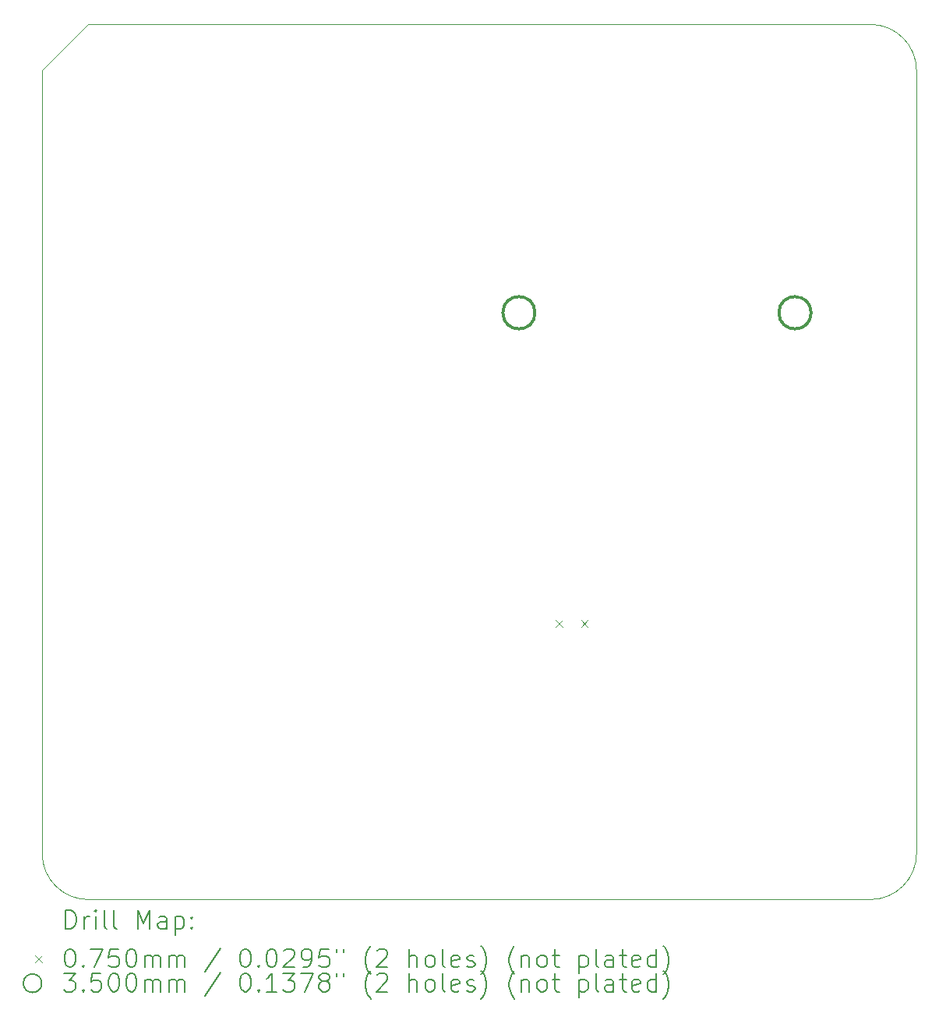
<source format=gbr>
%TF.GenerationSoftware,KiCad,Pcbnew,7.0.7*%
%TF.CreationDate,2023-11-17T01:41:53-08:00*%
%TF.ProjectId,Final_Project_Sutton_Yazzolino,46696e61-6c5f-4507-926f-6a6563745f53,rev?*%
%TF.SameCoordinates,Original*%
%TF.FileFunction,Drillmap*%
%TF.FilePolarity,Positive*%
%FSLAX45Y45*%
G04 Gerber Fmt 4.5, Leading zero omitted, Abs format (unit mm)*
G04 Created by KiCad (PCBNEW 7.0.7) date 2023-11-17 01:41:53*
%MOMM*%
%LPD*%
G01*
G04 APERTURE LIST*
%ADD10C,0.100000*%
%ADD11C,0.200000*%
%ADD12C,0.075000*%
%ADD13C,0.350000*%
G04 APERTURE END LIST*
D10*
X10500000Y-5000000D02*
X10000000Y-5500000D01*
X10000000Y-14000000D02*
G75*
G03*
X10500000Y-14500000I500000J0D01*
G01*
X19000000Y-14500000D02*
G75*
G03*
X19500000Y-14000000I0J500000D01*
G01*
X19500000Y-5500000D02*
G75*
G03*
X19000000Y-5000000I-500000J0D01*
G01*
X19000000Y-5000000D02*
X10500000Y-5000000D01*
X19500000Y-14000000D02*
X19500000Y-5500000D01*
X10500000Y-14500000D02*
X19000000Y-14500000D01*
X10000000Y-5500000D02*
X10000000Y-14000000D01*
D11*
D12*
X15580000Y-11465000D02*
X15655000Y-11540000D01*
X15655000Y-11465000D02*
X15580000Y-11540000D01*
X15855000Y-11465000D02*
X15930000Y-11540000D01*
X15930000Y-11465000D02*
X15855000Y-11540000D01*
D13*
X15355000Y-8130000D02*
G75*
G03*
X15355000Y-8130000I-175000J0D01*
G01*
X18355000Y-8130000D02*
G75*
G03*
X18355000Y-8130000I-175000J0D01*
G01*
D11*
X10255777Y-14816484D02*
X10255777Y-14616484D01*
X10255777Y-14616484D02*
X10303396Y-14616484D01*
X10303396Y-14616484D02*
X10331967Y-14626008D01*
X10331967Y-14626008D02*
X10351015Y-14645055D01*
X10351015Y-14645055D02*
X10360539Y-14664103D01*
X10360539Y-14664103D02*
X10370063Y-14702198D01*
X10370063Y-14702198D02*
X10370063Y-14730769D01*
X10370063Y-14730769D02*
X10360539Y-14768865D01*
X10360539Y-14768865D02*
X10351015Y-14787912D01*
X10351015Y-14787912D02*
X10331967Y-14806960D01*
X10331967Y-14806960D02*
X10303396Y-14816484D01*
X10303396Y-14816484D02*
X10255777Y-14816484D01*
X10455777Y-14816484D02*
X10455777Y-14683150D01*
X10455777Y-14721246D02*
X10465301Y-14702198D01*
X10465301Y-14702198D02*
X10474824Y-14692674D01*
X10474824Y-14692674D02*
X10493872Y-14683150D01*
X10493872Y-14683150D02*
X10512920Y-14683150D01*
X10579586Y-14816484D02*
X10579586Y-14683150D01*
X10579586Y-14616484D02*
X10570063Y-14626008D01*
X10570063Y-14626008D02*
X10579586Y-14635531D01*
X10579586Y-14635531D02*
X10589110Y-14626008D01*
X10589110Y-14626008D02*
X10579586Y-14616484D01*
X10579586Y-14616484D02*
X10579586Y-14635531D01*
X10703396Y-14816484D02*
X10684348Y-14806960D01*
X10684348Y-14806960D02*
X10674824Y-14787912D01*
X10674824Y-14787912D02*
X10674824Y-14616484D01*
X10808158Y-14816484D02*
X10789110Y-14806960D01*
X10789110Y-14806960D02*
X10779586Y-14787912D01*
X10779586Y-14787912D02*
X10779586Y-14616484D01*
X11036729Y-14816484D02*
X11036729Y-14616484D01*
X11036729Y-14616484D02*
X11103396Y-14759341D01*
X11103396Y-14759341D02*
X11170063Y-14616484D01*
X11170063Y-14616484D02*
X11170063Y-14816484D01*
X11351015Y-14816484D02*
X11351015Y-14711722D01*
X11351015Y-14711722D02*
X11341491Y-14692674D01*
X11341491Y-14692674D02*
X11322443Y-14683150D01*
X11322443Y-14683150D02*
X11284348Y-14683150D01*
X11284348Y-14683150D02*
X11265301Y-14692674D01*
X11351015Y-14806960D02*
X11331967Y-14816484D01*
X11331967Y-14816484D02*
X11284348Y-14816484D01*
X11284348Y-14816484D02*
X11265301Y-14806960D01*
X11265301Y-14806960D02*
X11255777Y-14787912D01*
X11255777Y-14787912D02*
X11255777Y-14768865D01*
X11255777Y-14768865D02*
X11265301Y-14749817D01*
X11265301Y-14749817D02*
X11284348Y-14740293D01*
X11284348Y-14740293D02*
X11331967Y-14740293D01*
X11331967Y-14740293D02*
X11351015Y-14730769D01*
X11446253Y-14683150D02*
X11446253Y-14883150D01*
X11446253Y-14692674D02*
X11465301Y-14683150D01*
X11465301Y-14683150D02*
X11503396Y-14683150D01*
X11503396Y-14683150D02*
X11522443Y-14692674D01*
X11522443Y-14692674D02*
X11531967Y-14702198D01*
X11531967Y-14702198D02*
X11541491Y-14721246D01*
X11541491Y-14721246D02*
X11541491Y-14778388D01*
X11541491Y-14778388D02*
X11531967Y-14797436D01*
X11531967Y-14797436D02*
X11522443Y-14806960D01*
X11522443Y-14806960D02*
X11503396Y-14816484D01*
X11503396Y-14816484D02*
X11465301Y-14816484D01*
X11465301Y-14816484D02*
X11446253Y-14806960D01*
X11627205Y-14797436D02*
X11636729Y-14806960D01*
X11636729Y-14806960D02*
X11627205Y-14816484D01*
X11627205Y-14816484D02*
X11617682Y-14806960D01*
X11617682Y-14806960D02*
X11627205Y-14797436D01*
X11627205Y-14797436D02*
X11627205Y-14816484D01*
X11627205Y-14692674D02*
X11636729Y-14702198D01*
X11636729Y-14702198D02*
X11627205Y-14711722D01*
X11627205Y-14711722D02*
X11617682Y-14702198D01*
X11617682Y-14702198D02*
X11627205Y-14692674D01*
X11627205Y-14692674D02*
X11627205Y-14711722D01*
D12*
X9920000Y-15107500D02*
X9995000Y-15182500D01*
X9995000Y-15107500D02*
X9920000Y-15182500D01*
D11*
X10293872Y-15036484D02*
X10312920Y-15036484D01*
X10312920Y-15036484D02*
X10331967Y-15046008D01*
X10331967Y-15046008D02*
X10341491Y-15055531D01*
X10341491Y-15055531D02*
X10351015Y-15074579D01*
X10351015Y-15074579D02*
X10360539Y-15112674D01*
X10360539Y-15112674D02*
X10360539Y-15160293D01*
X10360539Y-15160293D02*
X10351015Y-15198388D01*
X10351015Y-15198388D02*
X10341491Y-15217436D01*
X10341491Y-15217436D02*
X10331967Y-15226960D01*
X10331967Y-15226960D02*
X10312920Y-15236484D01*
X10312920Y-15236484D02*
X10293872Y-15236484D01*
X10293872Y-15236484D02*
X10274824Y-15226960D01*
X10274824Y-15226960D02*
X10265301Y-15217436D01*
X10265301Y-15217436D02*
X10255777Y-15198388D01*
X10255777Y-15198388D02*
X10246253Y-15160293D01*
X10246253Y-15160293D02*
X10246253Y-15112674D01*
X10246253Y-15112674D02*
X10255777Y-15074579D01*
X10255777Y-15074579D02*
X10265301Y-15055531D01*
X10265301Y-15055531D02*
X10274824Y-15046008D01*
X10274824Y-15046008D02*
X10293872Y-15036484D01*
X10446253Y-15217436D02*
X10455777Y-15226960D01*
X10455777Y-15226960D02*
X10446253Y-15236484D01*
X10446253Y-15236484D02*
X10436729Y-15226960D01*
X10436729Y-15226960D02*
X10446253Y-15217436D01*
X10446253Y-15217436D02*
X10446253Y-15236484D01*
X10522444Y-15036484D02*
X10655777Y-15036484D01*
X10655777Y-15036484D02*
X10570063Y-15236484D01*
X10827205Y-15036484D02*
X10731967Y-15036484D01*
X10731967Y-15036484D02*
X10722444Y-15131722D01*
X10722444Y-15131722D02*
X10731967Y-15122198D01*
X10731967Y-15122198D02*
X10751015Y-15112674D01*
X10751015Y-15112674D02*
X10798634Y-15112674D01*
X10798634Y-15112674D02*
X10817682Y-15122198D01*
X10817682Y-15122198D02*
X10827205Y-15131722D01*
X10827205Y-15131722D02*
X10836729Y-15150769D01*
X10836729Y-15150769D02*
X10836729Y-15198388D01*
X10836729Y-15198388D02*
X10827205Y-15217436D01*
X10827205Y-15217436D02*
X10817682Y-15226960D01*
X10817682Y-15226960D02*
X10798634Y-15236484D01*
X10798634Y-15236484D02*
X10751015Y-15236484D01*
X10751015Y-15236484D02*
X10731967Y-15226960D01*
X10731967Y-15226960D02*
X10722444Y-15217436D01*
X10960539Y-15036484D02*
X10979586Y-15036484D01*
X10979586Y-15036484D02*
X10998634Y-15046008D01*
X10998634Y-15046008D02*
X11008158Y-15055531D01*
X11008158Y-15055531D02*
X11017682Y-15074579D01*
X11017682Y-15074579D02*
X11027205Y-15112674D01*
X11027205Y-15112674D02*
X11027205Y-15160293D01*
X11027205Y-15160293D02*
X11017682Y-15198388D01*
X11017682Y-15198388D02*
X11008158Y-15217436D01*
X11008158Y-15217436D02*
X10998634Y-15226960D01*
X10998634Y-15226960D02*
X10979586Y-15236484D01*
X10979586Y-15236484D02*
X10960539Y-15236484D01*
X10960539Y-15236484D02*
X10941491Y-15226960D01*
X10941491Y-15226960D02*
X10931967Y-15217436D01*
X10931967Y-15217436D02*
X10922444Y-15198388D01*
X10922444Y-15198388D02*
X10912920Y-15160293D01*
X10912920Y-15160293D02*
X10912920Y-15112674D01*
X10912920Y-15112674D02*
X10922444Y-15074579D01*
X10922444Y-15074579D02*
X10931967Y-15055531D01*
X10931967Y-15055531D02*
X10941491Y-15046008D01*
X10941491Y-15046008D02*
X10960539Y-15036484D01*
X11112920Y-15236484D02*
X11112920Y-15103150D01*
X11112920Y-15122198D02*
X11122444Y-15112674D01*
X11122444Y-15112674D02*
X11141491Y-15103150D01*
X11141491Y-15103150D02*
X11170063Y-15103150D01*
X11170063Y-15103150D02*
X11189110Y-15112674D01*
X11189110Y-15112674D02*
X11198634Y-15131722D01*
X11198634Y-15131722D02*
X11198634Y-15236484D01*
X11198634Y-15131722D02*
X11208158Y-15112674D01*
X11208158Y-15112674D02*
X11227205Y-15103150D01*
X11227205Y-15103150D02*
X11255777Y-15103150D01*
X11255777Y-15103150D02*
X11274824Y-15112674D01*
X11274824Y-15112674D02*
X11284348Y-15131722D01*
X11284348Y-15131722D02*
X11284348Y-15236484D01*
X11379586Y-15236484D02*
X11379586Y-15103150D01*
X11379586Y-15122198D02*
X11389110Y-15112674D01*
X11389110Y-15112674D02*
X11408158Y-15103150D01*
X11408158Y-15103150D02*
X11436729Y-15103150D01*
X11436729Y-15103150D02*
X11455777Y-15112674D01*
X11455777Y-15112674D02*
X11465301Y-15131722D01*
X11465301Y-15131722D02*
X11465301Y-15236484D01*
X11465301Y-15131722D02*
X11474824Y-15112674D01*
X11474824Y-15112674D02*
X11493872Y-15103150D01*
X11493872Y-15103150D02*
X11522443Y-15103150D01*
X11522443Y-15103150D02*
X11541491Y-15112674D01*
X11541491Y-15112674D02*
X11551015Y-15131722D01*
X11551015Y-15131722D02*
X11551015Y-15236484D01*
X11941491Y-15026960D02*
X11770063Y-15284103D01*
X12198634Y-15036484D02*
X12217682Y-15036484D01*
X12217682Y-15036484D02*
X12236729Y-15046008D01*
X12236729Y-15046008D02*
X12246253Y-15055531D01*
X12246253Y-15055531D02*
X12255777Y-15074579D01*
X12255777Y-15074579D02*
X12265301Y-15112674D01*
X12265301Y-15112674D02*
X12265301Y-15160293D01*
X12265301Y-15160293D02*
X12255777Y-15198388D01*
X12255777Y-15198388D02*
X12246253Y-15217436D01*
X12246253Y-15217436D02*
X12236729Y-15226960D01*
X12236729Y-15226960D02*
X12217682Y-15236484D01*
X12217682Y-15236484D02*
X12198634Y-15236484D01*
X12198634Y-15236484D02*
X12179586Y-15226960D01*
X12179586Y-15226960D02*
X12170063Y-15217436D01*
X12170063Y-15217436D02*
X12160539Y-15198388D01*
X12160539Y-15198388D02*
X12151015Y-15160293D01*
X12151015Y-15160293D02*
X12151015Y-15112674D01*
X12151015Y-15112674D02*
X12160539Y-15074579D01*
X12160539Y-15074579D02*
X12170063Y-15055531D01*
X12170063Y-15055531D02*
X12179586Y-15046008D01*
X12179586Y-15046008D02*
X12198634Y-15036484D01*
X12351015Y-15217436D02*
X12360539Y-15226960D01*
X12360539Y-15226960D02*
X12351015Y-15236484D01*
X12351015Y-15236484D02*
X12341491Y-15226960D01*
X12341491Y-15226960D02*
X12351015Y-15217436D01*
X12351015Y-15217436D02*
X12351015Y-15236484D01*
X12484348Y-15036484D02*
X12503396Y-15036484D01*
X12503396Y-15036484D02*
X12522444Y-15046008D01*
X12522444Y-15046008D02*
X12531967Y-15055531D01*
X12531967Y-15055531D02*
X12541491Y-15074579D01*
X12541491Y-15074579D02*
X12551015Y-15112674D01*
X12551015Y-15112674D02*
X12551015Y-15160293D01*
X12551015Y-15160293D02*
X12541491Y-15198388D01*
X12541491Y-15198388D02*
X12531967Y-15217436D01*
X12531967Y-15217436D02*
X12522444Y-15226960D01*
X12522444Y-15226960D02*
X12503396Y-15236484D01*
X12503396Y-15236484D02*
X12484348Y-15236484D01*
X12484348Y-15236484D02*
X12465301Y-15226960D01*
X12465301Y-15226960D02*
X12455777Y-15217436D01*
X12455777Y-15217436D02*
X12446253Y-15198388D01*
X12446253Y-15198388D02*
X12436729Y-15160293D01*
X12436729Y-15160293D02*
X12436729Y-15112674D01*
X12436729Y-15112674D02*
X12446253Y-15074579D01*
X12446253Y-15074579D02*
X12455777Y-15055531D01*
X12455777Y-15055531D02*
X12465301Y-15046008D01*
X12465301Y-15046008D02*
X12484348Y-15036484D01*
X12627206Y-15055531D02*
X12636729Y-15046008D01*
X12636729Y-15046008D02*
X12655777Y-15036484D01*
X12655777Y-15036484D02*
X12703396Y-15036484D01*
X12703396Y-15036484D02*
X12722444Y-15046008D01*
X12722444Y-15046008D02*
X12731967Y-15055531D01*
X12731967Y-15055531D02*
X12741491Y-15074579D01*
X12741491Y-15074579D02*
X12741491Y-15093627D01*
X12741491Y-15093627D02*
X12731967Y-15122198D01*
X12731967Y-15122198D02*
X12617682Y-15236484D01*
X12617682Y-15236484D02*
X12741491Y-15236484D01*
X12836729Y-15236484D02*
X12874825Y-15236484D01*
X12874825Y-15236484D02*
X12893872Y-15226960D01*
X12893872Y-15226960D02*
X12903396Y-15217436D01*
X12903396Y-15217436D02*
X12922444Y-15188865D01*
X12922444Y-15188865D02*
X12931967Y-15150769D01*
X12931967Y-15150769D02*
X12931967Y-15074579D01*
X12931967Y-15074579D02*
X12922444Y-15055531D01*
X12922444Y-15055531D02*
X12912920Y-15046008D01*
X12912920Y-15046008D02*
X12893872Y-15036484D01*
X12893872Y-15036484D02*
X12855777Y-15036484D01*
X12855777Y-15036484D02*
X12836729Y-15046008D01*
X12836729Y-15046008D02*
X12827206Y-15055531D01*
X12827206Y-15055531D02*
X12817682Y-15074579D01*
X12817682Y-15074579D02*
X12817682Y-15122198D01*
X12817682Y-15122198D02*
X12827206Y-15141246D01*
X12827206Y-15141246D02*
X12836729Y-15150769D01*
X12836729Y-15150769D02*
X12855777Y-15160293D01*
X12855777Y-15160293D02*
X12893872Y-15160293D01*
X12893872Y-15160293D02*
X12912920Y-15150769D01*
X12912920Y-15150769D02*
X12922444Y-15141246D01*
X12922444Y-15141246D02*
X12931967Y-15122198D01*
X13112920Y-15036484D02*
X13017682Y-15036484D01*
X13017682Y-15036484D02*
X13008158Y-15131722D01*
X13008158Y-15131722D02*
X13017682Y-15122198D01*
X13017682Y-15122198D02*
X13036729Y-15112674D01*
X13036729Y-15112674D02*
X13084348Y-15112674D01*
X13084348Y-15112674D02*
X13103396Y-15122198D01*
X13103396Y-15122198D02*
X13112920Y-15131722D01*
X13112920Y-15131722D02*
X13122444Y-15150769D01*
X13122444Y-15150769D02*
X13122444Y-15198388D01*
X13122444Y-15198388D02*
X13112920Y-15217436D01*
X13112920Y-15217436D02*
X13103396Y-15226960D01*
X13103396Y-15226960D02*
X13084348Y-15236484D01*
X13084348Y-15236484D02*
X13036729Y-15236484D01*
X13036729Y-15236484D02*
X13017682Y-15226960D01*
X13017682Y-15226960D02*
X13008158Y-15217436D01*
X13198634Y-15036484D02*
X13198634Y-15074579D01*
X13274825Y-15036484D02*
X13274825Y-15074579D01*
X13570063Y-15312674D02*
X13560539Y-15303150D01*
X13560539Y-15303150D02*
X13541491Y-15274579D01*
X13541491Y-15274579D02*
X13531968Y-15255531D01*
X13531968Y-15255531D02*
X13522444Y-15226960D01*
X13522444Y-15226960D02*
X13512920Y-15179341D01*
X13512920Y-15179341D02*
X13512920Y-15141246D01*
X13512920Y-15141246D02*
X13522444Y-15093627D01*
X13522444Y-15093627D02*
X13531968Y-15065055D01*
X13531968Y-15065055D02*
X13541491Y-15046008D01*
X13541491Y-15046008D02*
X13560539Y-15017436D01*
X13560539Y-15017436D02*
X13570063Y-15007912D01*
X13636729Y-15055531D02*
X13646253Y-15046008D01*
X13646253Y-15046008D02*
X13665301Y-15036484D01*
X13665301Y-15036484D02*
X13712920Y-15036484D01*
X13712920Y-15036484D02*
X13731968Y-15046008D01*
X13731968Y-15046008D02*
X13741491Y-15055531D01*
X13741491Y-15055531D02*
X13751015Y-15074579D01*
X13751015Y-15074579D02*
X13751015Y-15093627D01*
X13751015Y-15093627D02*
X13741491Y-15122198D01*
X13741491Y-15122198D02*
X13627206Y-15236484D01*
X13627206Y-15236484D02*
X13751015Y-15236484D01*
X13989110Y-15236484D02*
X13989110Y-15036484D01*
X14074825Y-15236484D02*
X14074825Y-15131722D01*
X14074825Y-15131722D02*
X14065301Y-15112674D01*
X14065301Y-15112674D02*
X14046253Y-15103150D01*
X14046253Y-15103150D02*
X14017682Y-15103150D01*
X14017682Y-15103150D02*
X13998634Y-15112674D01*
X13998634Y-15112674D02*
X13989110Y-15122198D01*
X14198634Y-15236484D02*
X14179587Y-15226960D01*
X14179587Y-15226960D02*
X14170063Y-15217436D01*
X14170063Y-15217436D02*
X14160539Y-15198388D01*
X14160539Y-15198388D02*
X14160539Y-15141246D01*
X14160539Y-15141246D02*
X14170063Y-15122198D01*
X14170063Y-15122198D02*
X14179587Y-15112674D01*
X14179587Y-15112674D02*
X14198634Y-15103150D01*
X14198634Y-15103150D02*
X14227206Y-15103150D01*
X14227206Y-15103150D02*
X14246253Y-15112674D01*
X14246253Y-15112674D02*
X14255777Y-15122198D01*
X14255777Y-15122198D02*
X14265301Y-15141246D01*
X14265301Y-15141246D02*
X14265301Y-15198388D01*
X14265301Y-15198388D02*
X14255777Y-15217436D01*
X14255777Y-15217436D02*
X14246253Y-15226960D01*
X14246253Y-15226960D02*
X14227206Y-15236484D01*
X14227206Y-15236484D02*
X14198634Y-15236484D01*
X14379587Y-15236484D02*
X14360539Y-15226960D01*
X14360539Y-15226960D02*
X14351015Y-15207912D01*
X14351015Y-15207912D02*
X14351015Y-15036484D01*
X14531968Y-15226960D02*
X14512920Y-15236484D01*
X14512920Y-15236484D02*
X14474825Y-15236484D01*
X14474825Y-15236484D02*
X14455777Y-15226960D01*
X14455777Y-15226960D02*
X14446253Y-15207912D01*
X14446253Y-15207912D02*
X14446253Y-15131722D01*
X14446253Y-15131722D02*
X14455777Y-15112674D01*
X14455777Y-15112674D02*
X14474825Y-15103150D01*
X14474825Y-15103150D02*
X14512920Y-15103150D01*
X14512920Y-15103150D02*
X14531968Y-15112674D01*
X14531968Y-15112674D02*
X14541491Y-15131722D01*
X14541491Y-15131722D02*
X14541491Y-15150769D01*
X14541491Y-15150769D02*
X14446253Y-15169817D01*
X14617682Y-15226960D02*
X14636730Y-15236484D01*
X14636730Y-15236484D02*
X14674825Y-15236484D01*
X14674825Y-15236484D02*
X14693872Y-15226960D01*
X14693872Y-15226960D02*
X14703396Y-15207912D01*
X14703396Y-15207912D02*
X14703396Y-15198388D01*
X14703396Y-15198388D02*
X14693872Y-15179341D01*
X14693872Y-15179341D02*
X14674825Y-15169817D01*
X14674825Y-15169817D02*
X14646253Y-15169817D01*
X14646253Y-15169817D02*
X14627206Y-15160293D01*
X14627206Y-15160293D02*
X14617682Y-15141246D01*
X14617682Y-15141246D02*
X14617682Y-15131722D01*
X14617682Y-15131722D02*
X14627206Y-15112674D01*
X14627206Y-15112674D02*
X14646253Y-15103150D01*
X14646253Y-15103150D02*
X14674825Y-15103150D01*
X14674825Y-15103150D02*
X14693872Y-15112674D01*
X14770063Y-15312674D02*
X14779587Y-15303150D01*
X14779587Y-15303150D02*
X14798634Y-15274579D01*
X14798634Y-15274579D02*
X14808158Y-15255531D01*
X14808158Y-15255531D02*
X14817682Y-15226960D01*
X14817682Y-15226960D02*
X14827206Y-15179341D01*
X14827206Y-15179341D02*
X14827206Y-15141246D01*
X14827206Y-15141246D02*
X14817682Y-15093627D01*
X14817682Y-15093627D02*
X14808158Y-15065055D01*
X14808158Y-15065055D02*
X14798634Y-15046008D01*
X14798634Y-15046008D02*
X14779587Y-15017436D01*
X14779587Y-15017436D02*
X14770063Y-15007912D01*
X15131968Y-15312674D02*
X15122444Y-15303150D01*
X15122444Y-15303150D02*
X15103396Y-15274579D01*
X15103396Y-15274579D02*
X15093872Y-15255531D01*
X15093872Y-15255531D02*
X15084349Y-15226960D01*
X15084349Y-15226960D02*
X15074825Y-15179341D01*
X15074825Y-15179341D02*
X15074825Y-15141246D01*
X15074825Y-15141246D02*
X15084349Y-15093627D01*
X15084349Y-15093627D02*
X15093872Y-15065055D01*
X15093872Y-15065055D02*
X15103396Y-15046008D01*
X15103396Y-15046008D02*
X15122444Y-15017436D01*
X15122444Y-15017436D02*
X15131968Y-15007912D01*
X15208158Y-15103150D02*
X15208158Y-15236484D01*
X15208158Y-15122198D02*
X15217682Y-15112674D01*
X15217682Y-15112674D02*
X15236730Y-15103150D01*
X15236730Y-15103150D02*
X15265301Y-15103150D01*
X15265301Y-15103150D02*
X15284349Y-15112674D01*
X15284349Y-15112674D02*
X15293872Y-15131722D01*
X15293872Y-15131722D02*
X15293872Y-15236484D01*
X15417682Y-15236484D02*
X15398634Y-15226960D01*
X15398634Y-15226960D02*
X15389111Y-15217436D01*
X15389111Y-15217436D02*
X15379587Y-15198388D01*
X15379587Y-15198388D02*
X15379587Y-15141246D01*
X15379587Y-15141246D02*
X15389111Y-15122198D01*
X15389111Y-15122198D02*
X15398634Y-15112674D01*
X15398634Y-15112674D02*
X15417682Y-15103150D01*
X15417682Y-15103150D02*
X15446253Y-15103150D01*
X15446253Y-15103150D02*
X15465301Y-15112674D01*
X15465301Y-15112674D02*
X15474825Y-15122198D01*
X15474825Y-15122198D02*
X15484349Y-15141246D01*
X15484349Y-15141246D02*
X15484349Y-15198388D01*
X15484349Y-15198388D02*
X15474825Y-15217436D01*
X15474825Y-15217436D02*
X15465301Y-15226960D01*
X15465301Y-15226960D02*
X15446253Y-15236484D01*
X15446253Y-15236484D02*
X15417682Y-15236484D01*
X15541492Y-15103150D02*
X15617682Y-15103150D01*
X15570063Y-15036484D02*
X15570063Y-15207912D01*
X15570063Y-15207912D02*
X15579587Y-15226960D01*
X15579587Y-15226960D02*
X15598634Y-15236484D01*
X15598634Y-15236484D02*
X15617682Y-15236484D01*
X15836730Y-15103150D02*
X15836730Y-15303150D01*
X15836730Y-15112674D02*
X15855777Y-15103150D01*
X15855777Y-15103150D02*
X15893873Y-15103150D01*
X15893873Y-15103150D02*
X15912920Y-15112674D01*
X15912920Y-15112674D02*
X15922444Y-15122198D01*
X15922444Y-15122198D02*
X15931968Y-15141246D01*
X15931968Y-15141246D02*
X15931968Y-15198388D01*
X15931968Y-15198388D02*
X15922444Y-15217436D01*
X15922444Y-15217436D02*
X15912920Y-15226960D01*
X15912920Y-15226960D02*
X15893873Y-15236484D01*
X15893873Y-15236484D02*
X15855777Y-15236484D01*
X15855777Y-15236484D02*
X15836730Y-15226960D01*
X16046253Y-15236484D02*
X16027206Y-15226960D01*
X16027206Y-15226960D02*
X16017682Y-15207912D01*
X16017682Y-15207912D02*
X16017682Y-15036484D01*
X16208158Y-15236484D02*
X16208158Y-15131722D01*
X16208158Y-15131722D02*
X16198634Y-15112674D01*
X16198634Y-15112674D02*
X16179587Y-15103150D01*
X16179587Y-15103150D02*
X16141492Y-15103150D01*
X16141492Y-15103150D02*
X16122444Y-15112674D01*
X16208158Y-15226960D02*
X16189111Y-15236484D01*
X16189111Y-15236484D02*
X16141492Y-15236484D01*
X16141492Y-15236484D02*
X16122444Y-15226960D01*
X16122444Y-15226960D02*
X16112920Y-15207912D01*
X16112920Y-15207912D02*
X16112920Y-15188865D01*
X16112920Y-15188865D02*
X16122444Y-15169817D01*
X16122444Y-15169817D02*
X16141492Y-15160293D01*
X16141492Y-15160293D02*
X16189111Y-15160293D01*
X16189111Y-15160293D02*
X16208158Y-15150769D01*
X16274825Y-15103150D02*
X16351015Y-15103150D01*
X16303396Y-15036484D02*
X16303396Y-15207912D01*
X16303396Y-15207912D02*
X16312920Y-15226960D01*
X16312920Y-15226960D02*
X16331968Y-15236484D01*
X16331968Y-15236484D02*
X16351015Y-15236484D01*
X16493873Y-15226960D02*
X16474825Y-15236484D01*
X16474825Y-15236484D02*
X16436730Y-15236484D01*
X16436730Y-15236484D02*
X16417682Y-15226960D01*
X16417682Y-15226960D02*
X16408158Y-15207912D01*
X16408158Y-15207912D02*
X16408158Y-15131722D01*
X16408158Y-15131722D02*
X16417682Y-15112674D01*
X16417682Y-15112674D02*
X16436730Y-15103150D01*
X16436730Y-15103150D02*
X16474825Y-15103150D01*
X16474825Y-15103150D02*
X16493873Y-15112674D01*
X16493873Y-15112674D02*
X16503396Y-15131722D01*
X16503396Y-15131722D02*
X16503396Y-15150769D01*
X16503396Y-15150769D02*
X16408158Y-15169817D01*
X16674825Y-15236484D02*
X16674825Y-15036484D01*
X16674825Y-15226960D02*
X16655777Y-15236484D01*
X16655777Y-15236484D02*
X16617682Y-15236484D01*
X16617682Y-15236484D02*
X16598634Y-15226960D01*
X16598634Y-15226960D02*
X16589111Y-15217436D01*
X16589111Y-15217436D02*
X16579587Y-15198388D01*
X16579587Y-15198388D02*
X16579587Y-15141246D01*
X16579587Y-15141246D02*
X16589111Y-15122198D01*
X16589111Y-15122198D02*
X16598634Y-15112674D01*
X16598634Y-15112674D02*
X16617682Y-15103150D01*
X16617682Y-15103150D02*
X16655777Y-15103150D01*
X16655777Y-15103150D02*
X16674825Y-15112674D01*
X16751015Y-15312674D02*
X16760539Y-15303150D01*
X16760539Y-15303150D02*
X16779587Y-15274579D01*
X16779587Y-15274579D02*
X16789111Y-15255531D01*
X16789111Y-15255531D02*
X16798635Y-15226960D01*
X16798635Y-15226960D02*
X16808158Y-15179341D01*
X16808158Y-15179341D02*
X16808158Y-15141246D01*
X16808158Y-15141246D02*
X16798635Y-15093627D01*
X16798635Y-15093627D02*
X16789111Y-15065055D01*
X16789111Y-15065055D02*
X16779587Y-15046008D01*
X16779587Y-15046008D02*
X16760539Y-15017436D01*
X16760539Y-15017436D02*
X16751015Y-15007912D01*
X9995000Y-15409000D02*
G75*
G03*
X9995000Y-15409000I-100000J0D01*
G01*
X10236729Y-15300484D02*
X10360539Y-15300484D01*
X10360539Y-15300484D02*
X10293872Y-15376674D01*
X10293872Y-15376674D02*
X10322444Y-15376674D01*
X10322444Y-15376674D02*
X10341491Y-15386198D01*
X10341491Y-15386198D02*
X10351015Y-15395722D01*
X10351015Y-15395722D02*
X10360539Y-15414769D01*
X10360539Y-15414769D02*
X10360539Y-15462388D01*
X10360539Y-15462388D02*
X10351015Y-15481436D01*
X10351015Y-15481436D02*
X10341491Y-15490960D01*
X10341491Y-15490960D02*
X10322444Y-15500484D01*
X10322444Y-15500484D02*
X10265301Y-15500484D01*
X10265301Y-15500484D02*
X10246253Y-15490960D01*
X10246253Y-15490960D02*
X10236729Y-15481436D01*
X10446253Y-15481436D02*
X10455777Y-15490960D01*
X10455777Y-15490960D02*
X10446253Y-15500484D01*
X10446253Y-15500484D02*
X10436729Y-15490960D01*
X10436729Y-15490960D02*
X10446253Y-15481436D01*
X10446253Y-15481436D02*
X10446253Y-15500484D01*
X10636729Y-15300484D02*
X10541491Y-15300484D01*
X10541491Y-15300484D02*
X10531967Y-15395722D01*
X10531967Y-15395722D02*
X10541491Y-15386198D01*
X10541491Y-15386198D02*
X10560539Y-15376674D01*
X10560539Y-15376674D02*
X10608158Y-15376674D01*
X10608158Y-15376674D02*
X10627205Y-15386198D01*
X10627205Y-15386198D02*
X10636729Y-15395722D01*
X10636729Y-15395722D02*
X10646253Y-15414769D01*
X10646253Y-15414769D02*
X10646253Y-15462388D01*
X10646253Y-15462388D02*
X10636729Y-15481436D01*
X10636729Y-15481436D02*
X10627205Y-15490960D01*
X10627205Y-15490960D02*
X10608158Y-15500484D01*
X10608158Y-15500484D02*
X10560539Y-15500484D01*
X10560539Y-15500484D02*
X10541491Y-15490960D01*
X10541491Y-15490960D02*
X10531967Y-15481436D01*
X10770063Y-15300484D02*
X10789110Y-15300484D01*
X10789110Y-15300484D02*
X10808158Y-15310008D01*
X10808158Y-15310008D02*
X10817682Y-15319531D01*
X10817682Y-15319531D02*
X10827205Y-15338579D01*
X10827205Y-15338579D02*
X10836729Y-15376674D01*
X10836729Y-15376674D02*
X10836729Y-15424293D01*
X10836729Y-15424293D02*
X10827205Y-15462388D01*
X10827205Y-15462388D02*
X10817682Y-15481436D01*
X10817682Y-15481436D02*
X10808158Y-15490960D01*
X10808158Y-15490960D02*
X10789110Y-15500484D01*
X10789110Y-15500484D02*
X10770063Y-15500484D01*
X10770063Y-15500484D02*
X10751015Y-15490960D01*
X10751015Y-15490960D02*
X10741491Y-15481436D01*
X10741491Y-15481436D02*
X10731967Y-15462388D01*
X10731967Y-15462388D02*
X10722444Y-15424293D01*
X10722444Y-15424293D02*
X10722444Y-15376674D01*
X10722444Y-15376674D02*
X10731967Y-15338579D01*
X10731967Y-15338579D02*
X10741491Y-15319531D01*
X10741491Y-15319531D02*
X10751015Y-15310008D01*
X10751015Y-15310008D02*
X10770063Y-15300484D01*
X10960539Y-15300484D02*
X10979586Y-15300484D01*
X10979586Y-15300484D02*
X10998634Y-15310008D01*
X10998634Y-15310008D02*
X11008158Y-15319531D01*
X11008158Y-15319531D02*
X11017682Y-15338579D01*
X11017682Y-15338579D02*
X11027205Y-15376674D01*
X11027205Y-15376674D02*
X11027205Y-15424293D01*
X11027205Y-15424293D02*
X11017682Y-15462388D01*
X11017682Y-15462388D02*
X11008158Y-15481436D01*
X11008158Y-15481436D02*
X10998634Y-15490960D01*
X10998634Y-15490960D02*
X10979586Y-15500484D01*
X10979586Y-15500484D02*
X10960539Y-15500484D01*
X10960539Y-15500484D02*
X10941491Y-15490960D01*
X10941491Y-15490960D02*
X10931967Y-15481436D01*
X10931967Y-15481436D02*
X10922444Y-15462388D01*
X10922444Y-15462388D02*
X10912920Y-15424293D01*
X10912920Y-15424293D02*
X10912920Y-15376674D01*
X10912920Y-15376674D02*
X10922444Y-15338579D01*
X10922444Y-15338579D02*
X10931967Y-15319531D01*
X10931967Y-15319531D02*
X10941491Y-15310008D01*
X10941491Y-15310008D02*
X10960539Y-15300484D01*
X11112920Y-15500484D02*
X11112920Y-15367150D01*
X11112920Y-15386198D02*
X11122444Y-15376674D01*
X11122444Y-15376674D02*
X11141491Y-15367150D01*
X11141491Y-15367150D02*
X11170063Y-15367150D01*
X11170063Y-15367150D02*
X11189110Y-15376674D01*
X11189110Y-15376674D02*
X11198634Y-15395722D01*
X11198634Y-15395722D02*
X11198634Y-15500484D01*
X11198634Y-15395722D02*
X11208158Y-15376674D01*
X11208158Y-15376674D02*
X11227205Y-15367150D01*
X11227205Y-15367150D02*
X11255777Y-15367150D01*
X11255777Y-15367150D02*
X11274824Y-15376674D01*
X11274824Y-15376674D02*
X11284348Y-15395722D01*
X11284348Y-15395722D02*
X11284348Y-15500484D01*
X11379586Y-15500484D02*
X11379586Y-15367150D01*
X11379586Y-15386198D02*
X11389110Y-15376674D01*
X11389110Y-15376674D02*
X11408158Y-15367150D01*
X11408158Y-15367150D02*
X11436729Y-15367150D01*
X11436729Y-15367150D02*
X11455777Y-15376674D01*
X11455777Y-15376674D02*
X11465301Y-15395722D01*
X11465301Y-15395722D02*
X11465301Y-15500484D01*
X11465301Y-15395722D02*
X11474824Y-15376674D01*
X11474824Y-15376674D02*
X11493872Y-15367150D01*
X11493872Y-15367150D02*
X11522443Y-15367150D01*
X11522443Y-15367150D02*
X11541491Y-15376674D01*
X11541491Y-15376674D02*
X11551015Y-15395722D01*
X11551015Y-15395722D02*
X11551015Y-15500484D01*
X11941491Y-15290960D02*
X11770063Y-15548103D01*
X12198634Y-15300484D02*
X12217682Y-15300484D01*
X12217682Y-15300484D02*
X12236729Y-15310008D01*
X12236729Y-15310008D02*
X12246253Y-15319531D01*
X12246253Y-15319531D02*
X12255777Y-15338579D01*
X12255777Y-15338579D02*
X12265301Y-15376674D01*
X12265301Y-15376674D02*
X12265301Y-15424293D01*
X12265301Y-15424293D02*
X12255777Y-15462388D01*
X12255777Y-15462388D02*
X12246253Y-15481436D01*
X12246253Y-15481436D02*
X12236729Y-15490960D01*
X12236729Y-15490960D02*
X12217682Y-15500484D01*
X12217682Y-15500484D02*
X12198634Y-15500484D01*
X12198634Y-15500484D02*
X12179586Y-15490960D01*
X12179586Y-15490960D02*
X12170063Y-15481436D01*
X12170063Y-15481436D02*
X12160539Y-15462388D01*
X12160539Y-15462388D02*
X12151015Y-15424293D01*
X12151015Y-15424293D02*
X12151015Y-15376674D01*
X12151015Y-15376674D02*
X12160539Y-15338579D01*
X12160539Y-15338579D02*
X12170063Y-15319531D01*
X12170063Y-15319531D02*
X12179586Y-15310008D01*
X12179586Y-15310008D02*
X12198634Y-15300484D01*
X12351015Y-15481436D02*
X12360539Y-15490960D01*
X12360539Y-15490960D02*
X12351015Y-15500484D01*
X12351015Y-15500484D02*
X12341491Y-15490960D01*
X12341491Y-15490960D02*
X12351015Y-15481436D01*
X12351015Y-15481436D02*
X12351015Y-15500484D01*
X12551015Y-15500484D02*
X12436729Y-15500484D01*
X12493872Y-15500484D02*
X12493872Y-15300484D01*
X12493872Y-15300484D02*
X12474825Y-15329055D01*
X12474825Y-15329055D02*
X12455777Y-15348103D01*
X12455777Y-15348103D02*
X12436729Y-15357627D01*
X12617682Y-15300484D02*
X12741491Y-15300484D01*
X12741491Y-15300484D02*
X12674825Y-15376674D01*
X12674825Y-15376674D02*
X12703396Y-15376674D01*
X12703396Y-15376674D02*
X12722444Y-15386198D01*
X12722444Y-15386198D02*
X12731967Y-15395722D01*
X12731967Y-15395722D02*
X12741491Y-15414769D01*
X12741491Y-15414769D02*
X12741491Y-15462388D01*
X12741491Y-15462388D02*
X12731967Y-15481436D01*
X12731967Y-15481436D02*
X12722444Y-15490960D01*
X12722444Y-15490960D02*
X12703396Y-15500484D01*
X12703396Y-15500484D02*
X12646253Y-15500484D01*
X12646253Y-15500484D02*
X12627206Y-15490960D01*
X12627206Y-15490960D02*
X12617682Y-15481436D01*
X12808158Y-15300484D02*
X12941491Y-15300484D01*
X12941491Y-15300484D02*
X12855777Y-15500484D01*
X13046253Y-15386198D02*
X13027206Y-15376674D01*
X13027206Y-15376674D02*
X13017682Y-15367150D01*
X13017682Y-15367150D02*
X13008158Y-15348103D01*
X13008158Y-15348103D02*
X13008158Y-15338579D01*
X13008158Y-15338579D02*
X13017682Y-15319531D01*
X13017682Y-15319531D02*
X13027206Y-15310008D01*
X13027206Y-15310008D02*
X13046253Y-15300484D01*
X13046253Y-15300484D02*
X13084348Y-15300484D01*
X13084348Y-15300484D02*
X13103396Y-15310008D01*
X13103396Y-15310008D02*
X13112920Y-15319531D01*
X13112920Y-15319531D02*
X13122444Y-15338579D01*
X13122444Y-15338579D02*
X13122444Y-15348103D01*
X13122444Y-15348103D02*
X13112920Y-15367150D01*
X13112920Y-15367150D02*
X13103396Y-15376674D01*
X13103396Y-15376674D02*
X13084348Y-15386198D01*
X13084348Y-15386198D02*
X13046253Y-15386198D01*
X13046253Y-15386198D02*
X13027206Y-15395722D01*
X13027206Y-15395722D02*
X13017682Y-15405246D01*
X13017682Y-15405246D02*
X13008158Y-15424293D01*
X13008158Y-15424293D02*
X13008158Y-15462388D01*
X13008158Y-15462388D02*
X13017682Y-15481436D01*
X13017682Y-15481436D02*
X13027206Y-15490960D01*
X13027206Y-15490960D02*
X13046253Y-15500484D01*
X13046253Y-15500484D02*
X13084348Y-15500484D01*
X13084348Y-15500484D02*
X13103396Y-15490960D01*
X13103396Y-15490960D02*
X13112920Y-15481436D01*
X13112920Y-15481436D02*
X13122444Y-15462388D01*
X13122444Y-15462388D02*
X13122444Y-15424293D01*
X13122444Y-15424293D02*
X13112920Y-15405246D01*
X13112920Y-15405246D02*
X13103396Y-15395722D01*
X13103396Y-15395722D02*
X13084348Y-15386198D01*
X13198634Y-15300484D02*
X13198634Y-15338579D01*
X13274825Y-15300484D02*
X13274825Y-15338579D01*
X13570063Y-15576674D02*
X13560539Y-15567150D01*
X13560539Y-15567150D02*
X13541491Y-15538579D01*
X13541491Y-15538579D02*
X13531968Y-15519531D01*
X13531968Y-15519531D02*
X13522444Y-15490960D01*
X13522444Y-15490960D02*
X13512920Y-15443341D01*
X13512920Y-15443341D02*
X13512920Y-15405246D01*
X13512920Y-15405246D02*
X13522444Y-15357627D01*
X13522444Y-15357627D02*
X13531968Y-15329055D01*
X13531968Y-15329055D02*
X13541491Y-15310008D01*
X13541491Y-15310008D02*
X13560539Y-15281436D01*
X13560539Y-15281436D02*
X13570063Y-15271912D01*
X13636729Y-15319531D02*
X13646253Y-15310008D01*
X13646253Y-15310008D02*
X13665301Y-15300484D01*
X13665301Y-15300484D02*
X13712920Y-15300484D01*
X13712920Y-15300484D02*
X13731968Y-15310008D01*
X13731968Y-15310008D02*
X13741491Y-15319531D01*
X13741491Y-15319531D02*
X13751015Y-15338579D01*
X13751015Y-15338579D02*
X13751015Y-15357627D01*
X13751015Y-15357627D02*
X13741491Y-15386198D01*
X13741491Y-15386198D02*
X13627206Y-15500484D01*
X13627206Y-15500484D02*
X13751015Y-15500484D01*
X13989110Y-15500484D02*
X13989110Y-15300484D01*
X14074825Y-15500484D02*
X14074825Y-15395722D01*
X14074825Y-15395722D02*
X14065301Y-15376674D01*
X14065301Y-15376674D02*
X14046253Y-15367150D01*
X14046253Y-15367150D02*
X14017682Y-15367150D01*
X14017682Y-15367150D02*
X13998634Y-15376674D01*
X13998634Y-15376674D02*
X13989110Y-15386198D01*
X14198634Y-15500484D02*
X14179587Y-15490960D01*
X14179587Y-15490960D02*
X14170063Y-15481436D01*
X14170063Y-15481436D02*
X14160539Y-15462388D01*
X14160539Y-15462388D02*
X14160539Y-15405246D01*
X14160539Y-15405246D02*
X14170063Y-15386198D01*
X14170063Y-15386198D02*
X14179587Y-15376674D01*
X14179587Y-15376674D02*
X14198634Y-15367150D01*
X14198634Y-15367150D02*
X14227206Y-15367150D01*
X14227206Y-15367150D02*
X14246253Y-15376674D01*
X14246253Y-15376674D02*
X14255777Y-15386198D01*
X14255777Y-15386198D02*
X14265301Y-15405246D01*
X14265301Y-15405246D02*
X14265301Y-15462388D01*
X14265301Y-15462388D02*
X14255777Y-15481436D01*
X14255777Y-15481436D02*
X14246253Y-15490960D01*
X14246253Y-15490960D02*
X14227206Y-15500484D01*
X14227206Y-15500484D02*
X14198634Y-15500484D01*
X14379587Y-15500484D02*
X14360539Y-15490960D01*
X14360539Y-15490960D02*
X14351015Y-15471912D01*
X14351015Y-15471912D02*
X14351015Y-15300484D01*
X14531968Y-15490960D02*
X14512920Y-15500484D01*
X14512920Y-15500484D02*
X14474825Y-15500484D01*
X14474825Y-15500484D02*
X14455777Y-15490960D01*
X14455777Y-15490960D02*
X14446253Y-15471912D01*
X14446253Y-15471912D02*
X14446253Y-15395722D01*
X14446253Y-15395722D02*
X14455777Y-15376674D01*
X14455777Y-15376674D02*
X14474825Y-15367150D01*
X14474825Y-15367150D02*
X14512920Y-15367150D01*
X14512920Y-15367150D02*
X14531968Y-15376674D01*
X14531968Y-15376674D02*
X14541491Y-15395722D01*
X14541491Y-15395722D02*
X14541491Y-15414769D01*
X14541491Y-15414769D02*
X14446253Y-15433817D01*
X14617682Y-15490960D02*
X14636730Y-15500484D01*
X14636730Y-15500484D02*
X14674825Y-15500484D01*
X14674825Y-15500484D02*
X14693872Y-15490960D01*
X14693872Y-15490960D02*
X14703396Y-15471912D01*
X14703396Y-15471912D02*
X14703396Y-15462388D01*
X14703396Y-15462388D02*
X14693872Y-15443341D01*
X14693872Y-15443341D02*
X14674825Y-15433817D01*
X14674825Y-15433817D02*
X14646253Y-15433817D01*
X14646253Y-15433817D02*
X14627206Y-15424293D01*
X14627206Y-15424293D02*
X14617682Y-15405246D01*
X14617682Y-15405246D02*
X14617682Y-15395722D01*
X14617682Y-15395722D02*
X14627206Y-15376674D01*
X14627206Y-15376674D02*
X14646253Y-15367150D01*
X14646253Y-15367150D02*
X14674825Y-15367150D01*
X14674825Y-15367150D02*
X14693872Y-15376674D01*
X14770063Y-15576674D02*
X14779587Y-15567150D01*
X14779587Y-15567150D02*
X14798634Y-15538579D01*
X14798634Y-15538579D02*
X14808158Y-15519531D01*
X14808158Y-15519531D02*
X14817682Y-15490960D01*
X14817682Y-15490960D02*
X14827206Y-15443341D01*
X14827206Y-15443341D02*
X14827206Y-15405246D01*
X14827206Y-15405246D02*
X14817682Y-15357627D01*
X14817682Y-15357627D02*
X14808158Y-15329055D01*
X14808158Y-15329055D02*
X14798634Y-15310008D01*
X14798634Y-15310008D02*
X14779587Y-15281436D01*
X14779587Y-15281436D02*
X14770063Y-15271912D01*
X15131968Y-15576674D02*
X15122444Y-15567150D01*
X15122444Y-15567150D02*
X15103396Y-15538579D01*
X15103396Y-15538579D02*
X15093872Y-15519531D01*
X15093872Y-15519531D02*
X15084349Y-15490960D01*
X15084349Y-15490960D02*
X15074825Y-15443341D01*
X15074825Y-15443341D02*
X15074825Y-15405246D01*
X15074825Y-15405246D02*
X15084349Y-15357627D01*
X15084349Y-15357627D02*
X15093872Y-15329055D01*
X15093872Y-15329055D02*
X15103396Y-15310008D01*
X15103396Y-15310008D02*
X15122444Y-15281436D01*
X15122444Y-15281436D02*
X15131968Y-15271912D01*
X15208158Y-15367150D02*
X15208158Y-15500484D01*
X15208158Y-15386198D02*
X15217682Y-15376674D01*
X15217682Y-15376674D02*
X15236730Y-15367150D01*
X15236730Y-15367150D02*
X15265301Y-15367150D01*
X15265301Y-15367150D02*
X15284349Y-15376674D01*
X15284349Y-15376674D02*
X15293872Y-15395722D01*
X15293872Y-15395722D02*
X15293872Y-15500484D01*
X15417682Y-15500484D02*
X15398634Y-15490960D01*
X15398634Y-15490960D02*
X15389111Y-15481436D01*
X15389111Y-15481436D02*
X15379587Y-15462388D01*
X15379587Y-15462388D02*
X15379587Y-15405246D01*
X15379587Y-15405246D02*
X15389111Y-15386198D01*
X15389111Y-15386198D02*
X15398634Y-15376674D01*
X15398634Y-15376674D02*
X15417682Y-15367150D01*
X15417682Y-15367150D02*
X15446253Y-15367150D01*
X15446253Y-15367150D02*
X15465301Y-15376674D01*
X15465301Y-15376674D02*
X15474825Y-15386198D01*
X15474825Y-15386198D02*
X15484349Y-15405246D01*
X15484349Y-15405246D02*
X15484349Y-15462388D01*
X15484349Y-15462388D02*
X15474825Y-15481436D01*
X15474825Y-15481436D02*
X15465301Y-15490960D01*
X15465301Y-15490960D02*
X15446253Y-15500484D01*
X15446253Y-15500484D02*
X15417682Y-15500484D01*
X15541492Y-15367150D02*
X15617682Y-15367150D01*
X15570063Y-15300484D02*
X15570063Y-15471912D01*
X15570063Y-15471912D02*
X15579587Y-15490960D01*
X15579587Y-15490960D02*
X15598634Y-15500484D01*
X15598634Y-15500484D02*
X15617682Y-15500484D01*
X15836730Y-15367150D02*
X15836730Y-15567150D01*
X15836730Y-15376674D02*
X15855777Y-15367150D01*
X15855777Y-15367150D02*
X15893873Y-15367150D01*
X15893873Y-15367150D02*
X15912920Y-15376674D01*
X15912920Y-15376674D02*
X15922444Y-15386198D01*
X15922444Y-15386198D02*
X15931968Y-15405246D01*
X15931968Y-15405246D02*
X15931968Y-15462388D01*
X15931968Y-15462388D02*
X15922444Y-15481436D01*
X15922444Y-15481436D02*
X15912920Y-15490960D01*
X15912920Y-15490960D02*
X15893873Y-15500484D01*
X15893873Y-15500484D02*
X15855777Y-15500484D01*
X15855777Y-15500484D02*
X15836730Y-15490960D01*
X16046253Y-15500484D02*
X16027206Y-15490960D01*
X16027206Y-15490960D02*
X16017682Y-15471912D01*
X16017682Y-15471912D02*
X16017682Y-15300484D01*
X16208158Y-15500484D02*
X16208158Y-15395722D01*
X16208158Y-15395722D02*
X16198634Y-15376674D01*
X16198634Y-15376674D02*
X16179587Y-15367150D01*
X16179587Y-15367150D02*
X16141492Y-15367150D01*
X16141492Y-15367150D02*
X16122444Y-15376674D01*
X16208158Y-15490960D02*
X16189111Y-15500484D01*
X16189111Y-15500484D02*
X16141492Y-15500484D01*
X16141492Y-15500484D02*
X16122444Y-15490960D01*
X16122444Y-15490960D02*
X16112920Y-15471912D01*
X16112920Y-15471912D02*
X16112920Y-15452865D01*
X16112920Y-15452865D02*
X16122444Y-15433817D01*
X16122444Y-15433817D02*
X16141492Y-15424293D01*
X16141492Y-15424293D02*
X16189111Y-15424293D01*
X16189111Y-15424293D02*
X16208158Y-15414769D01*
X16274825Y-15367150D02*
X16351015Y-15367150D01*
X16303396Y-15300484D02*
X16303396Y-15471912D01*
X16303396Y-15471912D02*
X16312920Y-15490960D01*
X16312920Y-15490960D02*
X16331968Y-15500484D01*
X16331968Y-15500484D02*
X16351015Y-15500484D01*
X16493873Y-15490960D02*
X16474825Y-15500484D01*
X16474825Y-15500484D02*
X16436730Y-15500484D01*
X16436730Y-15500484D02*
X16417682Y-15490960D01*
X16417682Y-15490960D02*
X16408158Y-15471912D01*
X16408158Y-15471912D02*
X16408158Y-15395722D01*
X16408158Y-15395722D02*
X16417682Y-15376674D01*
X16417682Y-15376674D02*
X16436730Y-15367150D01*
X16436730Y-15367150D02*
X16474825Y-15367150D01*
X16474825Y-15367150D02*
X16493873Y-15376674D01*
X16493873Y-15376674D02*
X16503396Y-15395722D01*
X16503396Y-15395722D02*
X16503396Y-15414769D01*
X16503396Y-15414769D02*
X16408158Y-15433817D01*
X16674825Y-15500484D02*
X16674825Y-15300484D01*
X16674825Y-15490960D02*
X16655777Y-15500484D01*
X16655777Y-15500484D02*
X16617682Y-15500484D01*
X16617682Y-15500484D02*
X16598634Y-15490960D01*
X16598634Y-15490960D02*
X16589111Y-15481436D01*
X16589111Y-15481436D02*
X16579587Y-15462388D01*
X16579587Y-15462388D02*
X16579587Y-15405246D01*
X16579587Y-15405246D02*
X16589111Y-15386198D01*
X16589111Y-15386198D02*
X16598634Y-15376674D01*
X16598634Y-15376674D02*
X16617682Y-15367150D01*
X16617682Y-15367150D02*
X16655777Y-15367150D01*
X16655777Y-15367150D02*
X16674825Y-15376674D01*
X16751015Y-15576674D02*
X16760539Y-15567150D01*
X16760539Y-15567150D02*
X16779587Y-15538579D01*
X16779587Y-15538579D02*
X16789111Y-15519531D01*
X16789111Y-15519531D02*
X16798635Y-15490960D01*
X16798635Y-15490960D02*
X16808158Y-15443341D01*
X16808158Y-15443341D02*
X16808158Y-15405246D01*
X16808158Y-15405246D02*
X16798635Y-15357627D01*
X16798635Y-15357627D02*
X16789111Y-15329055D01*
X16789111Y-15329055D02*
X16779587Y-15310008D01*
X16779587Y-15310008D02*
X16760539Y-15281436D01*
X16760539Y-15281436D02*
X16751015Y-15271912D01*
M02*

</source>
